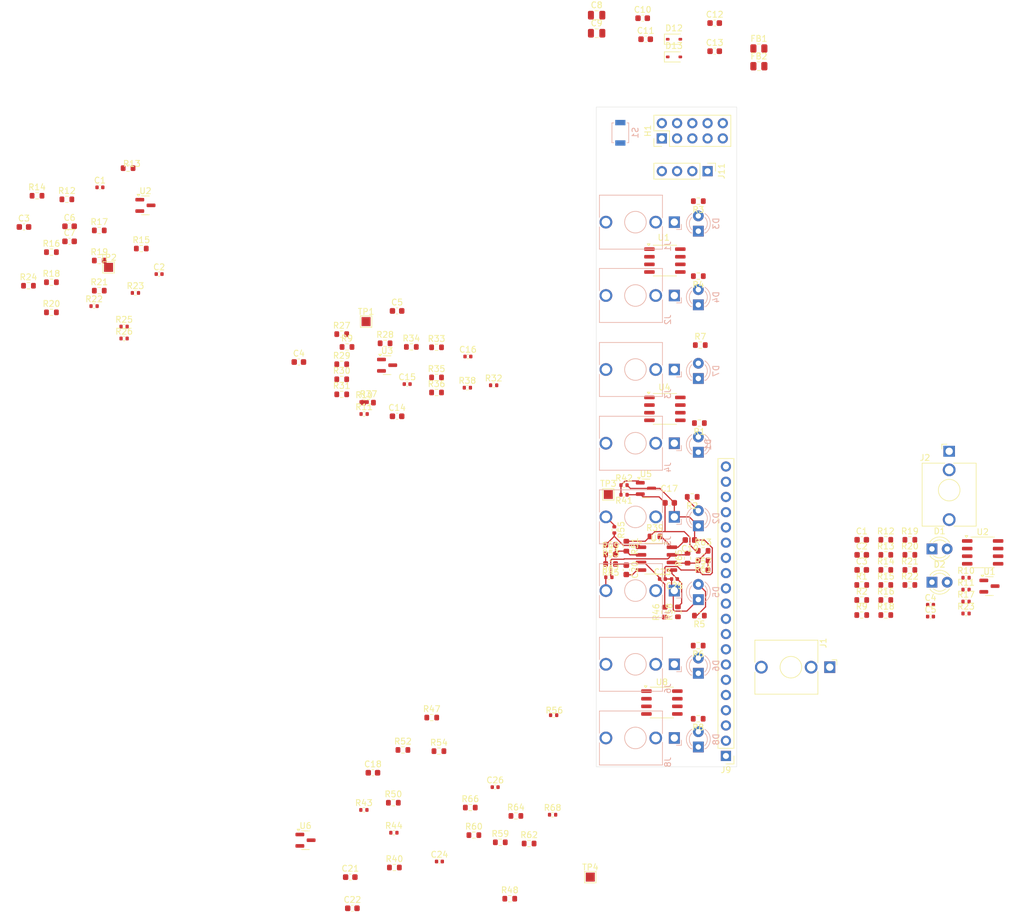
<source format=kicad_pcb>
(kicad_pcb (version 20240108) (generator "pcbnew") (generator_version "8.0")
  (layers (0 "F.Cu" signal) (31 "B.Cu" signal) (34 "B.Paste" user) (35 "F.Paste" user) (36 "B.SilkS" user "B.Silkscreen") (37 "F.SilkS" user "F.Silkscreen") (38 "B.Mask" user) (39 "F.Mask" user) (44 "Edge.Cuts" user))
  (net 0 "")
  (net 1 "Net-(U1A-+)")
  (net 2 "GND")
  (net 3 "Net-(U1B-+)")
  (net 4 "+5V-U1")
  (net 5 "+5V-U4")
  (net 6 "+12V")
  (net 7 "-12V")
  (net 8 "Net-(U4A-+)")
  (net 9 "Net-(U4B-+)")
  (net 10 "+5V-U7")
  (net 11 "+5V-U8")
  (net 12 "Net-(U7A-+)")
  (net 13 "Net-(U8A-+)")
  (net 14 "Net-(U7B-+)")
  (net 15 "Net-(U8B-+)")
  (net 16 "Net-(D1-A)")
  (net 17 "Net-(D2-A)")
  (net 18 "Net-(D3-A)")
  (net 19 "Net-(D4-A)")
  (net 20 "Net-(D5-A)")
  (net 21 "Net-(D6-A)")
  (net 22 "Net-(D7-A)")
  (net 23 "Net-(D8-A)")
  (net 24 "Net-(D12-K)")
  (net 25 "Net-(D13-A)")
  (net 26 "Net-(FB1-Pad1)")
  (net 27 "Net-(FB2-Pad1)")
  (net 29 "Net-(J1-PadT)")
  (net 31 "Net-(J2-PadT)")
  (net 32 "Net-(J3-PadT)")
  (net 34 "Net-(J4-PadT)")
  (net 36 "Net-(J5-PadT)")
  (net 38 "Net-(J6-PadT)")
  (net 40 "Net-(J7-PadT)")
  (net 43 "Net-(J8-PadT)")
  (net 68 "/LED_A4")
  (net 69 "/LED_A5")
  (net 70 "/LED_A1")
  (net 71 "/LED_A2")
  (net 72 "/LED_A6")
  (net 73 "/LED_A7")
  (net 74 "/LED_A3")
  (net 75 "/LED_A8")
  (net 76 "Net-(U3-REF)")
  (net 77 "Net-(R12-Pad2)")
  (net 78 "Net-(R13-Pad2)")
  (net 79 "/PWM_A1")
  (net 80 "/PWM_A2")
  (net 81 "Net-(U1A--)")
  (net 82 "Net-(U1B--)")
  (net 83 "Net-(R20-Pad2)")
  (net 84 "Net-(R21-Pad2)")
  (net 85 "Net-(U2-REF)")
  (net 86 "Net-(R27-Pad2)")
  (net 87 "/PWM_A3")
  (net 88 "Net-(U4A--)")
  (net 89 "Net-(R31-Pad2)")
  (net 90 "Net-(R33-Pad2)")
  (net 91 "/PWM_A4")
  (net 92 "Net-(U4B--)")
  (net 93 "Net-(R37-Pad2)")
  (net 94 "Net-(U5-REF)")
  (net 95 "Net-(U6-REF)")
  (net 96 "Net-(R45-Pad2)")
  (net 97 "/PWM_A5")
  (net 98 "Net-(R47-Pad2)")
  (net 99 "/PWM_A7")
  (net 100 "Net-(U7A--)")
  (net 101 "Net-(U8A--)")
  (net 102 "Net-(R53-Pad2)")
  (net 103 "Net-(R54-Pad2)")
  (net 104 "Net-(R57-Pad2)")
  (net 105 "/PWM_A6")
  (net 106 "Net-(R59-Pad2)")
  (net 107 "/PWM_A8")
  (net 108 "Net-(U7B--)")
  (net 109 "Net-(U8B--)")
  (net 110 "Net-(R65-Pad2)")
  (net 111 "Net-(R66-Pad2)")
  (net 112 "/RUN")
  (net 113 "/2 channel PWM DAC/+5V local")
  (net 114 "Net-(U2A-+)")
  (net 115 "Net-(U2B-+)")
  (net 116 "/2 channel PWM DAC/A_LED")
  (net 117 "/2 channel PWM DAC/B_LED")
  (net 118 "Net-(U1-REF)")
  (net 119 "/2 channel PWM DAC/A_PWM")
  (net 120 "Net-(U2A--)")
  (net 121 "Net-(R16-Pad2)")
  (net 122 "Net-(R18-Pad2)")
  (net 123 "/2 channel PWM DAC/B_PWM")
  (net 124 "Net-(U2B--)")
  (net 125 "Net-(R22-Pad2)")
  (footprint "Capacitor_SMD:C_0603_1608Metric" (layer "F.Cu") (at 55.625 70.8)
    (property "Reference" "C3")
    (property "Value" "10u")
  )
  (footprint "LED_THT:LED_D3.0mm_FlatTop" (layer "F.Cu") (at 206.93 124.48)
    (property "Reference" "D1")
    (property "Value" "LED A4")
  )
  (footprint "Diode_SMD:D_SOD-323" (layer "F.Cu") (at 163.95 39.5)
    (property "Reference" "D12")
    (property "Value" "1N5819")
  )
  (footprint "Resistor_SMD:R_0603_1608Metric" (layer "F.Cu") (at 68.175 76.4)
    (property "Reference" "R19")
    (property "Value" "47k")
  )
  (footprint "Resistor_SMD:R_0603_1608Metric" (layer "F.Cu") (at 130.6 172.2)
    (property "Reference" "R60")
    (property "Value" "10k")
  )
  (footprint "Resistor_SMD:R_0402_1005Metric" (layer "F.Cu") (at 143.715 168.8)
    (property "Reference" "R68")
    (property "Value" "1k")
  )
  (footprint "Resistor_SMD:R_0603_1608Metric" (layer "F.Cu") (at 108.575 96.2)
    (property "Reference" "R30")
    (property "Value" "47k")
  )
  (footprint "TestPoint:TestPoint_Pad_1.5x1.5mm" (layer "F.Cu") (at 153 115.4)
    (property "Reference" "TP3")
    (property "Value" "5V reference")
  )
  (footprint "Resistor_SMD:R_0603_1608Metric" (layer "F.Cu") (at 113.035 100.09)
    (property "Reference" "R37")
    (property "Value" "47k")
  )
  (footprint "Resistor_SMD:R_0402_1005Metric" (layer "F.Cu") (at 112.31 101.99)
    (property "Reference" "R11")
    (property "Value" "5.1k 1%")
  )
  (footprint "Resistor_SMD:R_0603_1608Metric" (layer "F.Cu") (at 118.775 158)
    (property "Reference" "R52")
    (property "Value" "47k")
  )
  (footprint "Resistor_SMD:R_0603_1608Metric" (layer "F.Cu") (at 136.575 182.8)
    (property "Reference" "R48")
    (property "Value" "10k")
  )
  (footprint "Resistor_SMD:R_0603_1608Metric" (layer "F.Cu") (at 57.8 65.6)
    (property "Reference" "R14")
    (property "Value" "10k")
  )
  (footprint "Capacitor_SMD:C_0603_1608Metric" (layer "F.Cu") (at 117.8 102.37)
    (property "Reference" "C14")
    (property "Value" "100n")
  )
  (footprint "Resistor_SMD:R_0603_1608Metric" (layer "F.Cu") (at 164.6 134.975 90)
    (property "Reference" "R58")
    (property "Value" "10k")
  )
  (footprint "Resistor_SMD:R_0603_1608Metric" (layer "F.Cu") (at 137.6 169)
    (property "Reference" "R64")
    (property "Value" "47k")
  )
  (footprint "Resistor_SMD:R_0603_1608Metric" (layer "F.Cu") (at 60.2 75)
    (property "Reference" "R16")
    (property "Value" "33k")
  )
  (footprint "Capacitor_SMD:C_0402_1005Metric" (layer "F.Cu") (at 164.02 129.5 180)
    (property "Reference" "C25")
    (property "Value" "10n")
  )
  (footprint "Resistor_SMD:R_0402_1005Metric" (layer "F.Cu") (at 153.09 129.2)
    (property "Reference" "R67")
    (property "Value" "1k")
  )
  (footprint "Resistor_SMD:R_0805_2012Metric" (layer "F.Cu") (at 178.0875 44)
    (property "Reference" "FB2")
    (property "Value" "FerriteBead GZ2012D101TF")
  )
  (footprint "Package_TO_SOT_SMD:SOT-23" (layer "F.Cu") (at 216.51 130.685)
    (property "Reference" "U1")
    (property "Value" "CJ431 SOT-23")
  )
  (footprint "Resistor_SMD:R_0603_1608Metric" (layer "F.Cu") (at 75.175 74.4)
    (property "Reference" "R15")
    (property "Value" "10k")
  )
  (footprint "Diode_SMD:D_SOD-323" (layer "F.Cu") (at 163.95 42.45)
    (property "Reference" "D13")
    (property "Value" "1N5819")
  )
  (footprint "Capacitor_SMD:C_0603_1608Metric" (layer "F.Cu") (at 170.725 36.81)
    (property "Reference" "C12")
    (property "Value" "100n")
  )
  (footprint "Resistor_SMD:R_0603_1608Metric" (layer "F.Cu") (at 62.775 66.2)
    (property "Reference" "R12")
    (property "Value" "12k")
  )
  (footprint "Resistor_SMD:R_0603_1608Metric" (layer "F.Cu") (at 72.975 61)
    (property "Reference" "R13")
    (property "Value" "12k")
  )
  (footprint "Resistor_SMD:R_0603_1608Metric" (layer "F.Cu") (at 168.8 126.4 180)
    (property "Reference" "R61")
    (property "Value" "33k")
  )
  (footprint "Package_SO:SO-8_3.9x4.9mm_P1.27mm" (layer "F.Cu") (at 162.425 101.135)
    (property "Reference" "U4")
    (property "Value" "TL072")
  )
  (footprint "Resistor_SMD:R_0603_1608Metric" (layer "F.Cu") (at 199.24 130.49)
    (property "Reference" "R15")
    (property "Value" "47k")
  )
  (footprint "Resistor_SMD:R_0402_1005Metric" (layer "F.Cu") (at 212.61 133.26)
    (property "Reference" "R17")
    (property "Value" "1k")
  )
  (footprint "Resistor_SMD:R_0603_1608Metric" (layer "F.Cu") (at 167.975 152.8 180)
    (property "Reference" "R8")
    (property "Value" "9.1k")
  )
  (footprint "Resistor_SMD:R_0603_1608Metric" (layer "F.Cu") (at 162.4 135.025 90)
    (property "Reference" "R46")
    (property "Value" "10k")
  )
  (footprint "Resistor_SMD:R_0402_1005Metric" (layer "F.Cu") (at 72.31 87.41)
    (property "Reference" "R25")
    (property "Value" "5.1k 1%")
  )
  (footprint "Resistor_SMD:R_0603_1608Metric" (layer "F.Cu") (at 195.23 135.51)
    (property "Reference" "R9")
    (property "Value" "1.8, >24mW")
  )
  (footprint "Resistor_SMD:R_0402_1005Metric" (layer "F.Cu") (at 133.89 97.2)
    (property "Reference" "R32")
    (property "Value" "1k")
  )
  (footprint "TestPoint:TestPoint_Pad_1.5x1.5mm" (layer "F.Cu") (at 150 179.2)
    (property "Reference" "TP4")
    (property "Value" "5V reference")
  )
  (footprint "Resistor_SMD:R_0603_1608Metric" (layer "F.Cu") (at 203.25 127.98)
    (property "Reference" "R21")
    (property "Value" "47k")
  )
  (footprint "Resistor_SMD:R_0603_1608Metric" (layer "F.Cu") (at 203.25 125.47)
    (property "Reference" "R20")
    (property "Value" "33k")
  )
  (footprint "Resistor_SMD:R_0603_1608Metric" (layer "F.Cu") (at 115.8 90.2)
    (property "Reference" "R28")
    (property "Value" "10k")
  )
  (footprint "Resistor_SMD:R_0402_1005Metric" (layer "F.Cu") (at 67.31 84)
    (property "Reference" "R22")
    (property "Value" "1k")
  )
  (footprint "Capacitor_SMD:C_0402_1005Metric" (layer "F.Cu") (at 162.02 129.5)
    (property "Reference" "C23")
    (property "Value" "10n")
  )
  (footprint "Resistor_SMD:R_0603_1608Metric" (layer "F.Cu") (at 199.24 122.96)
    (property "Reference" "R12")
    (property "Value" "12k")
  )
  (footprint "Resistor_SMD:R_0603_1608Metric" (layer "F.Cu") (at 60.2 80.02)
    (property "Reference" "R18")
    (property "Value" "47k")
  )
  (footprint "Resistor_SMD:R_0603_1608Metric" (layer "F.Cu") (at 124.375 90.87)
    (property "Reference" "R33")
    (property "Value" "12k")
  )
  (footprint "Resistor_SMD:R_0603_1608Metric" (layer "F.Cu") (at 168.175 103.5 180)
    (property "Reference" "R1")
    (property "Value" "9.1k")
  )
  (footprint "Package_TO_SOT_SMD:SOT-23" (layer "F.Cu") (at 116.1375 93.85)
    (property "Reference" "U3")
    (property "Value" "CJ431 SOT-23")
  )
  (footprint "Resistor_SMD:R_0402_1005Metric" (layer "F.Cu") (at 72.31 89.4)
    (property "Reference" "R26")
    (property "Value" "5.1k 1%")
  )
  (footprint "Resistor_SMD:R_0603_1608Metric" (layer "F.Cu") (at 120.175 90.8)
    (property "Reference" "R34")
    (property "Value" "10k")
  )
  (footprint "Capacitor_SMD:C_0603_1608Metric" (layer "F.Cu") (at 113.775 161.8)
    (property "Reference" "C18")
    (property "Value" "10u")
  )
  (footprint "Capacitor_SMD:C_0805_2012Metric" (layer "F.Cu") (at 151.05 35.49)
    (property "Reference" "C8")
    (property "Value" "22u")
  )
  (footprint "Capacitor_SMD:C_0805_2012Metric" (layer "F.Cu") (at 151.05 38.5)
    (property "Reference" "C9")
    (property "Value" "22u")
  )
  (footprint "Package_SO:SO-8_3.9x4.9mm_P1.27mm" (layer "F.Cu") (at 215.38 125.06)
    (property "Reference" "U2")
    (property "Value" "TL072")
  )
  (footprint "Resistor_SMD:R_0603_1608Metric" (layer "F.Cu") (at 168.325 90.5)
    (property "Reference" "R7")
    (property "Value" "9.1k")
  )
  (footprint "Resistor_SMD:R_0603_1608Metric" (layer "F.Cu") (at 123.575 152.6)
    (property "Reference" "R47")
    (property "Value" "12k")
  )
  (footprint "Resistor_SMD:R_0402_1005Metric" (layer "F.Cu") (at 212.61 131.27)
    (property "Reference" "R11")
    (property "Value" "5.1k 1%")
  )
  (footprint "Package_SO:SO-8_3.9x4.9mm_P1.27mm" (layer "F.Cu") (at 161.025 126.105)
    (property "Reference" "U7")
    (property "Value" "TL072")
  )
  (footprint "Resistor_SMD:R_0603_1608Metric" (layer "F.Cu") (at 199.24 135.51)
    (property "Reference" "R18")
    (property "Value" "12k")
  )
  (footprint "Resistor_SMD:R_0402_1005Metric" (layer "F.Cu") (at 155.615 113.85)
    (property "Reference" "R42")
    (property "Value" "5.1k 1%")
  )
  (footprint "TestPoint:TestPoint_Pad_1.5x1.5mm" (layer "F.Cu") (at 69.72 77.54)
    (property "Reference" "TP2")
    (property "Value" "5V reference")
  )
  (footprint "Capacitor_SMD:C_0402_1005Metric" (layer "F.Cu") (at 206.69 133.79)
    (property "Reference" "C4")
    (property "Value" "10n")
  )
  (footprint "Resistor_SMD:R_0603_1608Metric" (layer "F.Cu") (at 117.35 177.6)
    (property "Reference" "R40")
    (property "Value" "1.8, >24mW")
  )
  (footprint "Resistor_SMD:R_0603_1608Metric" (layer "F.Cu") (at 153.4 123.8 180)
    (property "Reference" "R53")
    (property "Value" "47k")
  )
  (footprint "Resistor_SMD:R_0603_1608Metric" (layer "F.Cu") (at 199.24 133)
    (property "Reference" "R16")
    (property "Value" "47k")
  )
  (footprint "Resistor_SMD:R_0603_1608Metric" (layer "F.Cu") (at 139.8 173.6)
    (property "Reference" "R62")
    (property "Value" "33k")
  )
  (footprint "Resistor_SMD:R_0603_1608Metric" (layer "F.Cu") (at 68.175 81.42)
    (property "Reference" "R21")
    (property "Value" "47k")
  )
  (footprint "Resistor_SMD:R_0603_1608Metric" (layer "F.Cu") (at 168.8 124.8)
    (property "Reference" "R63")
    (property "Value" "47k")
  )
  (footprint "Resistor_SMD:R_0805_2012Metric" (layer "F.Cu") (at 178.0875 41.05)
    (property "Reference" "FB1")
    (property "Value" "FerriteBead GZ2012D101TF")
  )
  (footprint "Resistor_SMD:R_0402_1005Metric" (layer "F.Cu") (at 117.265 171.8)
    (property "Reference" "R44")
    (property "Value" "5.1k 1%")
  )
  (footprint "Package_SO:SO-8_3.9x4.9mm_P1.27mm" (layer "F.Cu") (at 162.425 76.405)
    (property "Reference" "U1")
    (property "Value" "TL072")
  )
  (footprint "Resistor_SMD:R_0603_1608Metric" (layer "F.Cu") (at 108.575 93.69)
    (property "Reference" "R29")
    (property "Value" "33k")
  )
  (footprint "Package_SO:SO-8_3.9x4.9mm_P1.27mm" (layer "F.Cu") (at 161.925 150.095)
    (property "Reference" "U8")
    (property "Value" "TL072")
  )
  (footprint "Resistor_SMD:R_0603_1608Metric" (layer "F.Cu") (at 56.375 80.6)
    (property "Reference" "R24")
    (property "Value" "1.8, >24mW")
  )
  (footprint "Resistor_SMD:R_0603_1608Metric" (layer "F.Cu") (at 117.175 166.8)
    (property "Reference" "R50")
    (property "Value" "33k")
  )
  (footprint "Capacitor_SMD:C_0603_1608Metric" (layer "F.Cu") (at 156 127.975 -90)
    (property "Reference" "C20")
    (property "Value" "100n")
  )
  (footprint "Capacitor_SMD:C_0603_1608Metric" (layer "F.Cu") (at 110.35 184.4)
    (property "Reference" "C22")
    (property "Value" "100n")
  )
  (footprint "Capacitor_SMD:C_0603_1608Metric" (layer "F.Cu") (at 101.435 93.32)
    (property "Reference" "C4")
    (property "Value" "10u")
  )
  (footprint "Resistor_SMD:R_0603_1608Metric" (layer "F.Cu") (at 166.2 126.025 90)
    (property "Reference" "R65")
    (property "Value" "47k")
  )
  (footprint "Capacitor_SMD:C_0603_1608Metric" (layer "F.Cu") (at 63.225 70.69)
    (property "Reference" "C6")
    (property "Value" "100n")
  )
  (footprint "Resistor_SMD:R_0603_1608Metric" (layer "F.Cu") (at 108.575 88.67)
    (property "Reference" "R27")
    (property "Value" "12k")
  )
  (footprint "Capacitor_SMD:C_0603_1608Metric" (layer "F.Cu") (at 159.225 39.5)
    (property "Reference" "C11")
    (property "Value" "100n")
  )
  (footprint "Resistor_SMD:R_0603_1608Metric" (layer "F.Cu") (at 199.24 127.98)
    (property "Reference" "R14")
    (property "Value" "33k")
  )
  (footprint "Capacitor_SMD:C_0402_1005Metric" (layer "F.Cu") (at 206.69 135.76)
    (property "Reference" "C5")
    (property "Value" "10n")
  )
  (footprint "Resistor_SMD:R_0603_1608Metric" (layer "F.Cu") (at 124.775 158.2)
    (property "Reference" "R54")
    (property "Value" "47k")
  )
  (footprint "Connector_PinHeader_2.54mm:PinHeader_1x20_P2.54mm_Vertical" (layer "F.Cu") (at 172.6 159 180)
    (property "Reference" "J9")
    (property "Value" "Conn_01x20")
  )
  (footprint "Resistor_SMD:R_0603_1608Metric" (layer "F.Cu") (at 167.975 140.6 180)
    (property "Reference" "R6")
    (property "Value" "9.1k")
  )
  (footprint "Capacitor_SMD:C_0603_1608Metric" (layer "F.Cu") (at 117.8 84.8)
    (property "Reference" "C5")
    (property "Value" "100n")
  )
  (footprint "Resistor_SMD:R_0603_1608Metric" (layer "F.Cu") (at 195.23 130.49)
    (property "Reference" "R1")
    (property "Value" "9.1k")
  )
  (footprint "Connector_PinHeader_2.54mm:PinHeader_1x04_P2.54mm_Vertical" (layer "F.Cu") (at 169.54 61.5 -90)
    (property "Reference" "J11")
    (property "Value" "Conn_01x04")
  )
  (footprint "Package_TO_SOT_SMD:SOT-23" (layer "F.Cu") (at 75.8625 67.2)
    (property "Reference" "U2")
    (property "Value" "CJ431 SOT-23")
  )
  (footprint "Resistor_SMD:R_0603_1608Metric" (layer "F.Cu") (at 168.175 135.6 180)
    (property "Reference" "R5")
    (property "Value" "9.1k")
  )
  (footprint "Resistor_SMD:R_0603_1608Metric" (layer "F.Cu") (at 195.23 133)
    (property "Reference" "R2")
    (property "Value" "9.1k")
  )
  (footprint "Resistor_SMD:R_0603_1608Metric" (layer "F.Cu") (at 130 167.6)
    (property "Reference" "R66")
    (property "Value" "47k")
  )
  (footprint "Resistor_SMD:R_0402_1005Metric" (layer "F.Cu") (at 154 121.31 -90)
    (property "Reference" "R55")
    (property "Value" "1k")
  )
  (footprint "Resistor_SMD:R_0603_1608Metric" (layer "F.Cu") (at 160.775 122.4)
    (property "Reference" "R39")
    (property "Value" "1.8, >24mW")
  )
  (footprint "Resistor_SMD:R_0603_1608Metric" (layer "F.Cu") (at 135 173.4)
    (property "Reference" "R59")
    (property "Value" "12k")
  )
  (footprint "Resistor_SMD:R_0402_1005Metric" (layer "F.Cu") (at 74.2 81.8)
    (property "Reference" "R23")
    (property "Value" "1k")
  )
  (footprint "Resistor_SMD:R_0603_1608Metric" (layer "F.Cu") (at 166.975 115.8 180)
    (property "Reference" "R2")
    (property "Value" "9.1k")
  )
  (footprint "Capacitor_SMD:C_0603_1608Metric" (layer "F.Cu") (at 163.225 116.8)
    (property "Reference" "C17")
    (property "Value" "10u")
  )
  (footprint "Capacitor_SMD:C_0402_1005Metric" (layer "F.Cu") (at 119.48 97)
    (property "Reference" "C15")
    (property "Value" "10n")
  )
  (footprint "Capacitor_SMD:C_0402_1005Metric" (layer "F.Cu") (at 134.145 164.2)
    (property "Reference" "C26")
    (property "Value" "10n")
  )
  (footprint "Resistor_SMD:R_0603_1608Metric" (layer "F.Cu") (at 168.775 128)
    (property "Reference" "R57")
    (property "Value" "12k")
  )
  (footprint "TestPoint:TestPoint_Pad_1.5x1.5mm" (layer "F.Cu") (at 112.63 86.58)
    (property "Reference" "TP1")
    (property "Value" "5V reference")
  )
  (footprint "Package_TO_SOT_SMD:SOT-23" (layer "F.Cu") (at 102.5375 173.05)
    (property "Reference" "U6")
    (property "Value" "CJ431 SOT-23")
  )
  (footprint "Resistor_SMD:R_0603_1608Metric" (layer "F.Cu") (at 153.375 127 180)
    (property "Reference" "R45")
    (property "Value" "12k")
  )
  (footprint "Connector_Audio:Jack_3.5mm_QingPu_WQP-PJ398SM_Vertical_CircularHoles" (layer "F.Cu") (at 209.8 108.2)
    (property "Reference" "J2")
    (property "Value" "Out A6")
  )
  (footprint "Resistor_SMD:R_0603_1608Metric" (layer "F.Cu") (at 68.175 71.38)
    (property "Reference" "R17")
    (property "Value" "33k")
  )
  (footprint "Resistor_SMD:R_0402_1005Metric" (layer "F.Cu") (at 112.265 168)
    (property "Reference" "R43")
    (property "Value" "5.1k 1%")
  )
  (footprint "Resistor_SMD:R_0402_1005Metric" (layer "F.Cu") (at 143.89 152.2)
    (property "Reference" "R56")
    (property "Value" "1k")
  )
  (footprint "Resistor_SMD:R_0402_1005Metric" (layer "F.Cu") (at 129.51 97.6)
    (property "Reference" "R38")
    (property "Value" "1k")
  )
  (footprint "Capacitor_SMD:C_0603_1608Metric" (layer "F.Cu") (at 63.225 73.2)
    (property "Reference" "C7")
    (property "Value" "100n")
  )
  (footprint "Resistor_SMD:R_0603_1608Metric" (layer "F.Cu") (at 153.375 125.4)
    (property "Reference" "R49")
    (property "Value" "33k")
  )
  (footprint "Connector_PinHeader_2.54mm:PinHeader_2x05_P2.54mm_Vertical" (layer "F.Cu") (at 161.92 56.04 90)
    (property "Reference" "H1")
    (property "Value" "PIN_HEADER_2x5 POWER")
  )
  (footprint "Resistor_SMD:R_0603_1608Metric" (layer "F.Cu") (at 124.375 95.89)
    (property "Reference" "R35")
    (property "Value" "33k")
  )
  (footprint "Resistor_SMD:R_0603_1608Metric" (layer "F.Cu") (at 203.25 130.49)
    (property "Reference" "R22")
    (property "Value" "47k")
  )
  (footprint "Resistor_SMD:R_0603_1608Metric" (layer "F.Cu") (at 168 79 180)
    (property "Reference" "R4")
    (property "Value" "9.1k")
  )
  (footprint "Capacitor_SMD:C_0402_1005Metric" (layer "F.Cu") (at 124.855 176.6)
    (property "Reference" "C24")
    (property "Value" "10n")
  )
  (footprint "Capacitor_SMD:C_0402_1005Metric" (layer "F.Cu") (at 129.6 92.4)
    (property "Reference" "C16")
    (property "Value" "10n")
  )
  (footprint "Resistor_SMD:R_0603_1608Metric" (layer "F.Cu") (at 108.575 98.71)
    (property "Reference" "R31")
    (property "Value" "47k")
  )
  (footprint "LED_THT:LED_D3.0mm_FlatTop" (layer "F.Cu") (at 206.93 130.03)
    (property "Reference" "D2")
    (property "Value" "LED A5")
  )
  (footprint "Resistor_SMD:R_0402_1005Metric" (layer "F.Cu") (at 212.61 129.28)
    (property "Reference" "R10")
    (property "Value" "5.1k 1%")
  )
  (footprint "Resistor_SMD:R_0603_1608Metric" (layer "F.Cu") (at 156 124.025 -90)
    (property "Reference" "R51")
    (property "Value" "47k")
  )
  (footprint "Resistor_SMD:R_0402_1005Metric" (layer "F.Cu") (at 112.31 100)
    (property "Reference" "R10")
    (property "Value" "5.1k 1%")
  )
  (footprint "Capacitor_SMD:C_0603_1608Metric" (layer "F.Cu") (at 195.23 127.98)
    (property "Reference" "C3")
    (property "Value" "100n")
  )
  (footprint "Capacitor_SMD:C_0402_1005Metric" (layer "F.Cu") (at 68.28 64.2)
    (property "Reference" "C1")
    (property "Value" "10n")
  )
  (footprint "Capacitor_SMD:C_0603_1608Metric" (layer "F.Cu") (at 166.6 123 180)
    (property "Reference" "C19")
    (property "Value" "100n")
  )
  (footprint "Resistor_SMD:R_0603_1608Metric" (layer "F.Cu") (at 199.24 125.47)
    (property "Reference" "R13")
    (property "Value" "10k")
  )
  (footprint "Resistor_SMD:R_0402_1005Metric" (layer "F.Cu") (at 212.61 135.25)
    (property "Reference" "R23")
    (property "Value" "1k")
  )
  (footprint "Capacitor_SMD:C_0402_1005Metric" (layer "F.Cu") (at 78.145 78.66)
    (property "Reference" "C2")
    (property "Value" "10n")
  )
  (footprint "Resistor_SMD:R_0402_1005Metric" (layer "F.Cu") (at 155.615 115.45 180)
    (property "Reference" "R41")
    (property "Value" "5.1k 1%")
  )
  (footprint "Capacitor_SMD:C_0603_1608Metric" (layer "F.Cu") (at 110 179.2)
    (property "Reference" "C21")
    (property "Value" "100n")
  )
  (footprint "Capacitor_SMD:C_0603_1608Metric" (layer "F.Cu") (at 158.725 36)
    (property "Reference" "C10")
    (property "Value" "100n")
  )
  (footprint "Capacitor_SMD:C_0603_1608Metric" (layer "F.Cu") (at 195.23 125.47)
    (property "Reference" "C2")
    (property "Value" "100n")
  )
  (footprint "Capacitor_SMD:C_0603_1608Metric" (layer "F.Cu") (at 195.23 122.96)
    (property "Reference" "C1")
    (property "Value" "10u")
  )
  (footprint "Resistor_SMD:R_0603_1608Metric" (layer "F.Cu") (at 124.375 98.4)
    (property "Reference" "R36")
    (property "Value" "47k")
  )
  (footprint "Resistor_SMD:R_0603_1608Metric" (layer "F.Cu") (at 60.2 85.04)
    (property "Reference" "R20")
    (property "Value" "47k")
  )
  (footprint "Resistor_SMD:R_0603_1608Metric" (layer "F.Cu") (at 203.25 122.96)
    (property "Reference" "R19")
    (property "Value" "10k")
  )
  (footprint "Connector_Audio:Jack_3.5mm_QingPu_WQP-PJ398SM_Vertical_CircularHoles" (layer "F.Cu") (at 189.9 144.2 -90)
    (property "Reference" "J1")
    (property "Value" "Out A5")
  )
  (footprint "Resistor_SMD:R_0603_1608Metric" (layer "F.Cu") (at 109.455 90.81)
    (property "Reference" "R9")
    (property "Value" "1.8, >24mW")
  )
  (footprint "Package_TO_SOT_SMD:SOT-23" (layer "F.Cu") (at 159.2625 114.4)
    (property "Reference" "U5")
    (property "Value" "CJ431 SOT-23")
  )
  (footprint "Resistor_SMD:R_0603_1608Metric" (layer "F.Cu") (at 168 66.5 180)
    (property "Reference" "R3")
    (property "Value" "9.1k")
  )
  (footprint "Capacitor_SMD:C_0603_1608Metric" (layer "F.Cu") (at 170.725 41.5)
    (property "Reference" "C13")
    (property "Value" "100n")
  )
  (footprint "LED_THT:LED_D3.0mm_FlatTop" (layer "B.Cu") (at 168 157.5 90)
    (property "Reference" "D8")
    (property "Value" "LED A8")
  )
  (footprint "Connector_Audio:Jack_3.5mm_QingPu_WQP-PJ398SM_Vertical_CircularHoles" (layer "B.Cu") (at 164 106.86 90)
    (property "Reference" "J4")
    (property "Value" "Out A4")
  )
  (footprint "LED_THT:LED_D3.0mm_FlatTop" (layer "B.Cu") (at 168 108.36 90)
    (property "Reference" "D1")
    (property "Value" "LED A4")
  )
  (footprint "Connector_Audio:Jack_3.5mm_QingPu_WQP-PJ398SM_Vertical_CircularHoles" (layer "B.Cu") (at 164 143.72 90)
    (property "Reference" "J6")
    (property "Value" "Out A7")
  )
  (footprint "Connector_Audio:Jack_3.5mm_QingPu_WQP-PJ398SM_Vertical_CircularHoles" (layer "B.Cu") (at 164 119.14 90)
    (property "Reference" "J5")
    (property "Value" "Out A5")
  )
  (footprint "LED_THT:LED_D3.0mm_FlatTop" (layer "B.Cu") (at 168 83.79 90)
    (property "Reference" "D4")
    (property "Value" "LED A2")
  )
  (footprint "LED_THT:LED_D3.0mm_FlatTop" (layer "B.Cu") (at 168 71.5 90)
    (property "Reference" "D3")
    (property "Value" "LED A1")
  )
  (footprint "LED_THT:LED_D3.0mm_FlatTop" (layer "B.Cu") (at 168 132.93 90)
    (property "Reference" "D5")
    (property "Value" "LED A6")
  )
  (footprint "Connector_Audio:Jack_3.5mm_QingPu_WQP-PJ398SM_Vertical_CircularHoles" (layer "B.Cu") (at 164 156 90)
    (property "Reference" "J8")
    (property "Value" "Out A8")
  )
  (footprint "LED_THT:LED_D3.0mm_FlatTop" (layer "B.Cu") (at 168 96.07 90)
    (property "Reference" "D7")
    (property "Value" "LED A3")
  )
  (footprint "Connector_Audio:Jack_3.5mm_QingPu_WQP-PJ398SM_Vertical_CircularHoles" (layer "B.Cu") (at 164 94.57 90)
    (property "Reference" "J3")
    (property "Value" "Out A3")
  )
  (footprint "Connector_Audio:Jack_3.5mm_QingPu_WQP-PJ398SM_Vertical_CircularHoles" (layer "B.Cu") (at 164 70 90)
    (property "Reference" "J1")
    (property "Value" "Out A1")
  )
  (footprint "Button_Switch_SMD:SW_SPST_B3U-1000P" (layer "B.Cu") (at 155 55.1 90)
    (property "Reference" "S1")
    (property "Value" "B3U-1000P")
  )
  (footprint "Connector_Audio:Jack_3.5mm_QingPu_WQP-PJ398SM_Vertical_CircularHoles" (layer "B.Cu") (at 164 82.23 90)
    (property "Reference" "J2")
    (property "Value" "Out A2")
  )
  (footprint "LED_THT:LED_D3.0mm_FlatTop" (layer "B.Cu") (at 168 120.64 90)
    (property "Reference" "D2")
    (property "Value" "LED A5")
  )
  (footprint "LED_THT:LED_D3.0mm_FlatTop" (layer "B.Cu") (at 168 145.22 90)
    (property "Reference" "D6")
    (property "Value" "LED A7")
  )
  (footprint "Connector_Audio:Jack_3.5mm_QingPu_WQP-PJ398SM_Vertical_CircularHoles" (layer "B.Cu") (at 164 131.43 90)
    (property "Reference" "J7")
    (property "Value" "Out A6")
  )
  (gr_rect (start 151 50.8) (end 174.4 160.8) (stroke (width 0.05)) (fill none) (layer "Edge.Cuts"))
  (segment (start 167.375 123) (end 169.012648 123) (width 0.2) (layer "F.Cu") (net 2))
  (segment (start 162.59 127.41) (end 162.425 127.575) (width 0.2) (layer "F.Cu") (net 2))
  (segment (start 163.54 129.5) (end 162.5 129.5) (width 0.2) (layer "F.Cu") (net 2))
  (segment (start 168 132.93) (end 166.08 134.85) (width 0.2) (layer "F.Cu") (net 2))
  (segment (start 167.375 123) (end 167.375 121.265) (width 0.2) (layer "F.Cu") (net 2))
  (segment (start 161.6 114.4) (end 164 116.8) (width 0.2) (layer "F.Cu") (net 2))
  (segment (start 170.012648 128.775) (end 168.725 128.775) (width 0.2) (layer "F.Cu") (net 2))
  (segment (start 163.825 134.625) (end 163.825 131.605) (width 0.2) (layer "F.Cu") (net 2))
  (segment (start 154.2 127) (end 155.8 127) (width 0.2) (layer "F.Cu") (net 2))
  (segment (start 155.8 127) (end 156 127.2) (width 0.2) (layer "F.Cu") (net 2))
  (segment (start 167.375 121.265) (end 168 120.64) (width 0.2) (layer "F.Cu") (net 2))
  (segment (start 164 116.8) (end 164 119.14) (width 0.2) (layer "F.Cu") (net 2))
  (segment (start 156.125 113.85) (end 156.675 114.4) (width 0.2) (layer "F.Cu") (net 2))
  (segment (start 164.515552 127.41) (end 162.59 127.41) (width 0.2) (layer "F.Cu") (net 2))
  (segment (start 163.825 131.605) (end 164 131.43) (width 0.2) (layer "F.Cu") (net 2))
  (segment (start 163.54 130.97) (end 164 131.43) (width 0.2) (layer "F.Cu") (net 2))
  (segment (start 169.012648 123) (end 170.325 124.312352) (width 0.2) (layer "F.Cu") (net 2))
  (segment (start 164.05 134.85) (end 163.825 134.625) (width 0.2) (layer "F.Cu") (net 2))
  (segment (start 166.5 119.14) (end 168 120.64) (width 0.2) (layer "F.Cu") (net 2))
  (segment (start 163.54 129.5) (end 163.54 130.97) (width 0.2) (layer "F.Cu") (net 2))
  (segment (start 170.325 124.312352) (end 170.325 128.462648) (width 0.2) (layer "F.Cu") (net 2))
  (segment (start 162.425 127.575) (end 162.425 129.425) (width 0.2) (layer "F.Cu") (net 2))
  (segment (start 160.2 114.4) (end 161.6 114.4) (width 0.2) (layer "F.Cu") (net 2))
  (segment (start 167.95 128) (end 165.105552 128) (width 0.2) (layer "F.Cu") (net 2))
  (segment (start 165.105552 128) (end 164.515552 127.41) (width 0.2) (layer "F.Cu") (net 2))
  (segment (start 166.08 134.85) (end 164.05 134.85) (width 0.2) (layer "F.Cu") (net 2))
  (segment (start 170.325 128.462648) (end 170.012648 128.775) (width 0.2) (layer "F.Cu") (net 2))
  (segment (start 162.425 129.425) (end 162.5 129.5) (width 0.2) (layer "F.Cu") (net 2))
  (segment (start 164 119.14) (end 166.5 119.14) (width 0.2) (layer "F.Cu") (net 2))
  (segment (start 168.725 128.775) (end 167.95 128) (width 0.2) (layer "F.Cu") (net 2))
  (segment (start 156.675 114.4) (end 160.2 114.4) (width 0.2) (layer "F.Cu") (net 2))
  (segment (start 161.8 122.4) (end 161.6 122.4) (width 0.2) (layer "F.Cu") (net 6))
  (segment (start 163.6 124.2) (end 164.625 124.2) (width 0.2) (layer "F.Cu") (net 6))
  (segment (start 164.625 124.2) (end 165.825 123) (width 0.2) (layer "F.Cu") (net 6))
  (segment (start 163.6 124.2) (end 161.8 122.4) (width 0.2) (layer "F.Cu") (net 6))
  (segment (start 158.45 128.01) (end 157.79 128.01) (width 0.2) (layer "F.Cu") (net 7))
  (segment (start 157.79 128.01) (end 157 128.8) (width 0.2) (layer "F.Cu") (net 7))
  (segment (start 156.05 128.8) (end 156 128.75) (width 0.2) (layer "F.Cu") (net 7))
  (segment (start 157 128.8) (end 156.05 128.8) (width 0.2) (layer "F.Cu") (net 7))
  (segment (start 162.45 116.8) (end 162.45 121.55) (width 0.2) (layer "F.Cu") (net 10))
  (segment (start 161.45 115.8) (end 158.8 115.8) (width 0.2) (layer "F.Cu") (net 10))
  (segment (start 166.6 123.825) (end 166.6 122.551304) (width 0.2) (layer "F.Cu") (net 10))
  (segment (start 165.648696 121.6) (end 162.4 121.6) (width 0.2) (layer "F.Cu") (net 10))
  (segment (start 158.125 115.45) (end 156.125 115.45) (width 0.2) (layer "F.Cu") (net 10))
  (segment (start 158.775 115.8) (end 158.325 115.35) (width 0.2) (layer "F.Cu") (net 10))
  (segment (start 158.325 115.35) (end 158.225 115.35) (width 0.2) (layer "F.Cu") (net 10))
  (segment (start 156 123.2) (end 159.15 123.2) (width 0.2) (layer "F.Cu") (net 10))
  (segment (start 162.4 121.6) (end 160.75 121.6) (width 0.2) (layer "F.Cu") (net 10))
  (segment (start 166.6 122.551304) (end 165.648696 121.6) (width 0.2) (layer "F.Cu") (net 10))
  (segment (start 162.45 116.8) (end 161.45 115.8) (width 0.2) (layer "F.Cu") (net 10))
  (segment (start 167.975 124.8) (end 167.575 124.8) (width 0.2) (layer "F.Cu") (net 10))
  (segment (start 158.225 115.35) (end 158.125 115.45) (width 0.2) (layer "F.Cu") (net 10))
  (segment (start 159.15 123.2) (end 159.95 122.4) (width 0.2) (layer "F.Cu") (net 10))
  (segment (start 162.45 121.55) (end 162.4 121.6) (width 0.2) (layer "F.Cu") (net 10))
  (segment (start 167.575 124.8) (end 166.6 123.825) (width 0.2) (layer "F.Cu") (net 10))
  (segment (start 160.75 121.6) (end 159.95 122.4) (width 0.2) (layer "F.Cu") (net 10))
  (segment (start 162.4 130.36) (end 161.54 129.5) (width 0.2) (layer "F.Cu") (net 12))
  (segment (start 161.54 129.29) (end 158.99 126.74) (width 0.2) (layer "F.Cu") (net 12))
  (segment (start 162.4 134.2) (end 162.4 130.36) (width 0.2) (layer "F.Cu") (net 12))
  (segment (start 161.54 129.5) (end 161.54 129.29) (width 0.2) (layer "F.Cu") (net 12))
  (segment (start 158.99 126.74) (end 158.45 126.74) (width 0.2) (layer "F.Cu") (net 12))
  (segment (start 163.6 128.6) (end 164.5 129.5) (width 0.2) (layer "F.Cu") (net 14))
  (segment (start 165.215 133.535) (end 164.6 134.15) (width 0.2) (layer "F.Cu") (net 14))
  (segment (start 165.215 130.215) (end 165.215 133.535) (width 0.2) (layer "F.Cu") (net 14))
  (segment (start 164.5 129.5) (end 165.215 130.215) (width 0.2) (layer "F.Cu") (net 14))
  (segment (start 163.6 128.01) (end 163.6 128.6) (width 0.2) (layer "F.Cu") (net 14))
  (segment (start 166.15 116.25) (end 166.15 115.8) (width 0.2) (layer "F.Cu") (net 17))
  (segment (start 168 118.1) (end 166.15 116.25) (width 0.2) (layer "F.Cu") (net 17))
  (segment (start 167.75 135.6) (end 169.2 134.15) (width 0.2) (layer "F.Cu") (net 20))
  (segment (start 167.35 135.6) (end 167.75 135.6) (width 0.2) (layer "F.Cu") (net 20))
  (segment (start 169.2 134.15) (end 169.2 131.59) (width 0.2) (layer "F.Cu") (net 20))
  (segment (start 169.2 131.59) (end 168 130.39) (width 0.2) (layer "F.Cu") (net 20))
  (segment (start 154 120.8) (end 154 120.54) (width 0.2) (layer "F.Cu") (net 36))
  (segment (start 154 120.54) (end 152.6 119.14) (width 0.2) (layer "F.Cu") (net 36))
  (segment (start 152.58 131.41) (end 152.6 131.43) (width 0.2) (layer "F.Cu") (net 40))
  (segment (start 152.58 129.2) (end 152.58 131.41) (width 0.2) (layer "F.Cu") (net 40))
  (segment (start 155.804999 113.150001) (end 158.025001 113.150001) (width 0.2) (layer "F.Cu") (net 94))
  (segment (start 155.105 115.45) (end 155.105 113.85) (width 0.2) (layer "F.Cu") (net 94))
  (segment (start 155.105 113.85) (end 155.804999 113.150001) (width 0.2) (layer "F.Cu") (net 94))
  (segment (start 158.025001 113.150001) (end 158.325 113.45) (width 0.2) (layer "F.Cu") (net 94))
  (segment (start 152.55 127) (end 152.55 125.4) (width 0.2) (layer "F.Cu") (net 96))
  (segment (start 158.45 125.47) (end 156.62 125.47) (width 0.2) (layer "F.Cu") (net 100))
  (segment (start 154.2 123.825) (end 154.225 123.8) (width 0.2) (layer "F.Cu") (net 100))
  (segment (start 156.62 125.47) (end 156 124.85) (width 0.2) (layer "F.Cu") (net 100))
  (segment (start 154.75 124.85) (end 154.2 125.4) (width 0.2) (layer "F.Cu") (net 100))
  (segment (start 154.2 125.4) (end 154.2 123.825) (width 0.2) (layer "F.Cu") (net 100))
  (segment (start 156 124.85) (end 154.75 124.85) (width 0.2) (layer "F.Cu") (net 100))
  (segment (start 154 121.82) (end 154 122.375) (width 0.2) (layer "F.Cu") (net 102))
  (segment (start 154 122.387352) (end 154 121.82) (width 0.2) (layer "F.Cu") (net 102))
  (segment (start 155.512649 123.900001) (end 154 122.387352) (width 0.2) (layer "F.Cu") (net 102))
  (segment (start 158.150001 123.900001) (end 155.512649 123.900001) (width 0.2) (layer "F.Cu") (net 102))
  (segment (start 158.45 124.2) (end 158.150001 123.900001) (width 0.2) (layer "F.Cu") (net 102))
  (segment (start 154 122.375) (end 152.575 123.8) (width 0.2) (layer "F.Cu") (net 102))
  (segment (start 169.625 127.975) (end 169.6 128) (width 0.2) (layer "F.Cu") (net 104))
  (segment (start 169.625 126.4) (end 169.625 127.975) (width 0.2) (layer "F.Cu") (net 104))
  (segment (start 166.2 126.85) (end 163.71 126.85) (width 0.2) (layer "F.Cu") (net 108))
  (segment (start 167.975 126.4) (end 168.025 126.4) (width 0.2) (layer "F.Cu") (net 108))
  (segment (start 166.2 126.85) (end 167.525 126.85) (width 0.2) (layer "F.Cu") (net 108))
  (segment (start 163.71 126.85) (end 163.6 126.74) (width 0.2) (layer "F.Cu") (net 108))
  (segment (start 168.025 126.4) (end 169.625 124.8) (width 0.2) (layer "F.Cu") (net 108))
  (segment (start 167.525 126.85) (end 167.975 126.4) (width 0.2) (layer "F.Cu") (net 108))
  (segment (start 153.4 129) (end 153.6 129.2) (width 0.2) (layer "F.Cu") (net 110))
  (segment (start 163.6 125.47) (end 162.93 126.14) (width 0.2) (layer "F.Cu") (net 110))
  (segment (start 155.6 126.2) (end 153.6 126.2) (width 0.2) (layer "F.Cu") (net 110))
  (segment (start 162.93 126.14) (end 155.66 126.14) (width 0.2) (layer "F.Cu") (net 110))
  (segment (start 165.93 125.47) (end 166.2 125.2) (width 0.2) (layer "F.Cu") (net 110))
  (segment (start 155.66 126.14) (end 155.6 126.2) (width 0.2) (layer "F.Cu") (net 110))
  (segment (start 153.4 126.4) (end 153.4 129) (width 0.2) (layer "F.Cu") (net 110))
  (segment (start 153.6 126.2) (end 153.4 126.4) (width 0.2) (layer "F.Cu") (net 110))
  (segment (start 163.6 125.47) (end 165.93 125.47) (width 0.2) (layer "F.Cu") (net 110))
)
</source>
